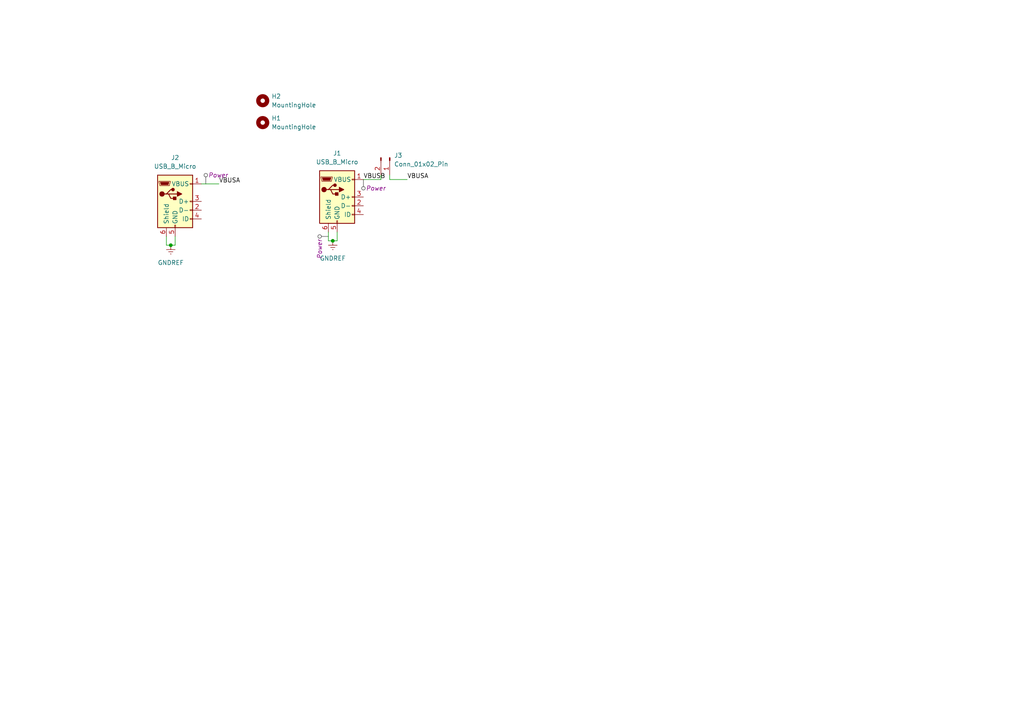
<source format=kicad_sch>
(kicad_sch (version 20231120) (generator "eeschema") (generator_version "8.0")
  (paper "A4")
  (lib_symbols
    (symbol "Connector:Conn_01x02_Pin" (pin_names (offset 1.016) hide)
      (property "Reference" "J" (at 0 2.54 0))
      (property "Value" "Conn_01x02_Pin" (at 0 -5.08 0))
      (symbol "Conn_01x02_Pin_1_1"
        (polyline (pts (xy 1.27 -2.54) (xy 0.8636 -2.54)) (stroke (width 0.1524)))
        (polyline (pts (xy 1.27 0) (xy 0.8636 0)) (stroke (width 0.1524)))
        (rectangle (start 0.8636 -2.413) (end 0 -2.667) (stroke (width 0.1524)) (fill (type outline)))
        (rectangle (start 0.8636 0.127) (end 0 -0.127) (stroke (width 0.1524)) (fill (type outline)))
        (pin passive line (at 5.08 0 180) (length 3.81) (name "Pin_1") (number "1"))
        (pin passive line (at 5.08 -2.54 180) (length 3.81) (name "Pin_2") (number "2"))
      )
    )
    (symbol "Connector:USB_B_Micro" (pin_names (offset 1.016))
      (property "Reference" "J" (at -5.08 11.43 0))
      (property "Value" "USB_B_Micro" (at -5.08 8.89 0))
      (symbol "USB_B_Micro_0_1"
        (rectangle (start -5.08 -7.62) (end 5.08 7.62) (stroke (width 0.254)) (fill (type background)))
        (circle (center -3.81 2.159) (radius 0.635) (stroke (width 0.254)) (fill (type outline)))
        (circle (center -0.635 3.429) (radius 0.381) (stroke (width 0.254)) (fill (type outline)))
        (rectangle (start -0.127 -7.62) (end 0.127 -6.858))
        (polyline (pts (xy -1.905 2.159) (xy 0.635 2.159)) (stroke (width 0.254)))
        (polyline (pts (xy -3.175 2.159) (xy -2.54 2.159) (xy -1.27 3.429) (xy -0.635 3.429)) (stroke (width 0.254)))
        (polyline (pts (xy -2.54 2.159) (xy -1.905 2.159) (xy -1.27 0.889) (xy 0 0.889)) (stroke (width 0.254)))
        (polyline (pts (xy 0.635 2.794) (xy 0.635 1.524) (xy 1.905 2.159) (xy 0.635 2.794)) (stroke (width 0.254)) (fill (type outline)))
        (polyline (pts (xy -4.318 5.588) (xy -1.778 5.588) (xy -2.032 4.826) (xy -4.064 4.826) (xy -4.318 5.588)) (fill (type outline)))
        (polyline (pts (xy -4.699 5.842) (xy -4.699 5.588) (xy -4.445 4.826) (xy -4.445 4.572) (xy -1.651 4.572) (xy -1.651 4.826) (xy -1.397 5.588) (xy -1.397 5.842) (xy -4.699 5.842)))
        (rectangle (start 0.254 1.27) (end -0.508 0.508) (stroke (width 0.254)) (fill (type outline)))
        (rectangle (start 5.08 -5.207) (end 4.318 -4.953))
        (rectangle (start 5.08 -2.667) (end 4.318 -2.413))
        (rectangle (start 5.08 -0.127) (end 4.318 0.127))
        (rectangle (start 5.08 4.953) (end 4.318 5.207))
      )
      (symbol "USB_B_Micro_1_1"
        (pin power_out line (at 7.62 5.08 180) (length 2.54) (name "VBUS") (number "1"))
        (pin bidirectional line (at 7.62 -2.54 180) (length 2.54) (name "D-") (number "2"))
        (pin bidirectional line (at 7.62 0 180) (length 2.54) (name "D+") (number "3"))
        (pin passive line (at 7.62 -5.08 180) (length 2.54) (name "ID") (number "4"))
        (pin power_out line (at 0 -10.16 90) (length 2.54) (name "GND") (number "5"))
        (pin passive line (at -2.54 -10.16 90) (length 2.54) (name "Shield") (number "6"))
      )
    )
    (symbol "Mechanical:MountingHole" (pin_names (offset 1.016)) (exclude_from_sim yes) (in_bom no)
      (property "Reference" "H" (at 0 5.08 0))
      (property "Value" "MountingHole" (at 0 3.175 0))
      (symbol "MountingHole_0_1"
        (circle (center 0 0) (radius 1.27) (stroke (width 1.27)))
      )
    )
    (symbol "power:GNDREF" (power) (pin_numbers hide) (pin_names (offset 0) hide)
      (property "Value" "GNDREF" (at 0 -3.81 0))
      (symbol "GNDREF_0_1"
        (polyline (pts (xy -0.635 -1.905) (xy 0.635 -1.905)))
        (polyline (pts (xy -0.127 -2.54) (xy 0.127 -2.54)))
        (polyline (pts (xy 0 -1.27) (xy 0 0)))
        (polyline (pts (xy 1.27 -1.27) (xy -1.27 -1.27)))
      )
      (symbol "GNDREF_1_1"
        (pin power_in line (at 0 0 270) (length 0) (name "~") (number "1"))
      )
    )
  )
  (junction (at 96.52 69.85))
  (junction (at 49.53 71.12))
  (wire (pts (xy 97.79 67.31) (xy 97.79 69.85)))
  (wire (pts (xy 48.26 68.58) (xy 48.26 71.12)))
  (wire (pts (xy 97.79 69.85) (xy 96.52 69.85)))
  (wire (pts (xy 113.03 52.07) (xy 118.11 52.07)))
  (wire (pts (xy 95.25 67.31) (xy 95.25 69.85)))
  (wire (pts (xy 58.42 53.34) (xy 63.5 53.34)))
  (wire (pts (xy 96.52 69.85) (xy 95.25 69.85)))
  (wire (pts (xy 113.03 50.8) (xy 113.03 52.07)))
  (wire (pts (xy 110.49 52.07) (xy 110.49 50.8)))
  (wire (pts (xy 49.53 71.12) (xy 50.8 71.12)))
  (wire (pts (xy 50.8 68.58) (xy 50.8 71.12)))
  (wire (pts (xy 48.26 71.12) (xy 49.53 71.12)))
  (wire (pts (xy 105.41 52.07) (xy 110.49 52.07)))
  (label "VBUSA" (at 118.11 52.07 0))
  (label "VBUSB" (at 105.41 52.07 0))
  (label "VBUSA" (at 63.5 53.34 0))
  (netclass_flag "" (length 2.54) (shape round) (at 95.25 68.58 90) (property "Netclass" "Power" (at 92.71 69.2785 90) (effects (font (italic yes)) (justify right))))
  (netclass_flag "" (length 2.54) (shape round) (at 105.41 52.07 180) (property "Netclass" "Power" (at 106.1085 54.61 0) (effects (font (italic yes)) (justify left))))
  (netclass_flag "" (length 2.54) (shape round) (at 59.69 53.34 0) (property "Netclass" "Power" (at 60.3885 50.8 0) (effects (font (italic yes)) (justify left))))
  (symbol (lib_id "Connector:Conn_01x02_Pin") (at 113.03 45.72 270) (unit 1)
    (property "Reference" "J3" (at 114.3 45.0849 90) (effects (justify left)))
    (property "Value" "Conn_01x02_Pin" (at 114.3 47.6249 90) (effects (justify left)))
    (property "Footprint" "Connector_PinHeader_2.54mm:PinHeader_1x02_P2.54mm_Vertical" (effects (hide yes)))
    (property "Description" "Generic connector, single row, 01x02, script generated" (effects (hide yes)))
  )
  (symbol (lib_id "Connector:USB_B_Micro") (at 97.79 57.15 0) (unit 1)
    (property "Reference" "J1" (at 97.79 44.45 0))
    (property "Value" "USB_B_Micro" (at 97.79 46.99 0))
    (property "Footprint" "Connector_USB:USB_Micro-B_Wuerth_629105150521" (effects (hide yes)))
    (property "Description" "USB Micro Type B connector" (effects (hide yes)))
  )
  (symbol (lib_id "Connector:USB_B_Micro") (at 50.8 58.42 0) (unit 1)
    (property "Reference" "J2" (at 50.8 45.72 0))
    (property "Value" "USB_B_Micro" (at 50.8 48.26 0))
    (property "Footprint" "Connector_USB:USB_Micro-B_Wuerth_629105150521" (effects (hide yes)))
    (property "Description" "USB Micro Type B connector" (effects (hide yes)))
  )
  (symbol (lib_id "power:GNDREF") (at 49.53 71.12 0) (unit 1)
    (property "Reference" "#PWR02" (effects (hide yes)))
    (property "Value" "GNDREF" (at 49.53 76.2 0))
    (property "Description" "Power symbol creates a global label with name \"GNDREF\" , reference supply ground" (effects (hide yes)))
  )
  (symbol (lib_id "power:GNDREF") (at 96.52 69.85 0) (unit 1)
    (property "Reference" "#PWR01" (effects (hide yes)))
    (property "Value" "GNDREF" (at 96.52 74.93 0))
    (property "Description" "Power symbol creates a global label with name \"GNDREF\" , reference supply ground" (effects (hide yes)))
  )
  (symbol (lib_id "Mechanical:MountingHole") (at 76.2 35.56 0) (unit 1) (exclude_from_sim yes) (in_bom no)
    (property "Reference" "H1" (at 78.74 34.2899 0) (effects (justify left)))
    (property "Value" "MountingHole" (at 78.74 36.8299 0) (effects (justify left)))
    (property "Footprint" "MountingHole:MountingHole_3.2mm_M3_Pad_TopBottom" (effects (hide yes)))
    (property "Description" "Mounting Hole without connection" (effects (hide yes)))
  )
  (symbol (lib_id "Mechanical:MountingHole") (at 76.2 29.21 0) (unit 1) (exclude_from_sim yes) (in_bom no)
    (property "Reference" "H2" (at 78.74 27.9399 0) (effects (justify left)))
    (property "Value" "MountingHole" (at 78.74 30.4799 0) (effects (justify left)))
    (property "Footprint" "MountingHole:MountingHole_3.2mm_M3_Pad_TopBottom" (effects (hide yes)))
    (property "Description" "Mounting Hole without connection" (effects (hide yes)))
  )
)
</source>
